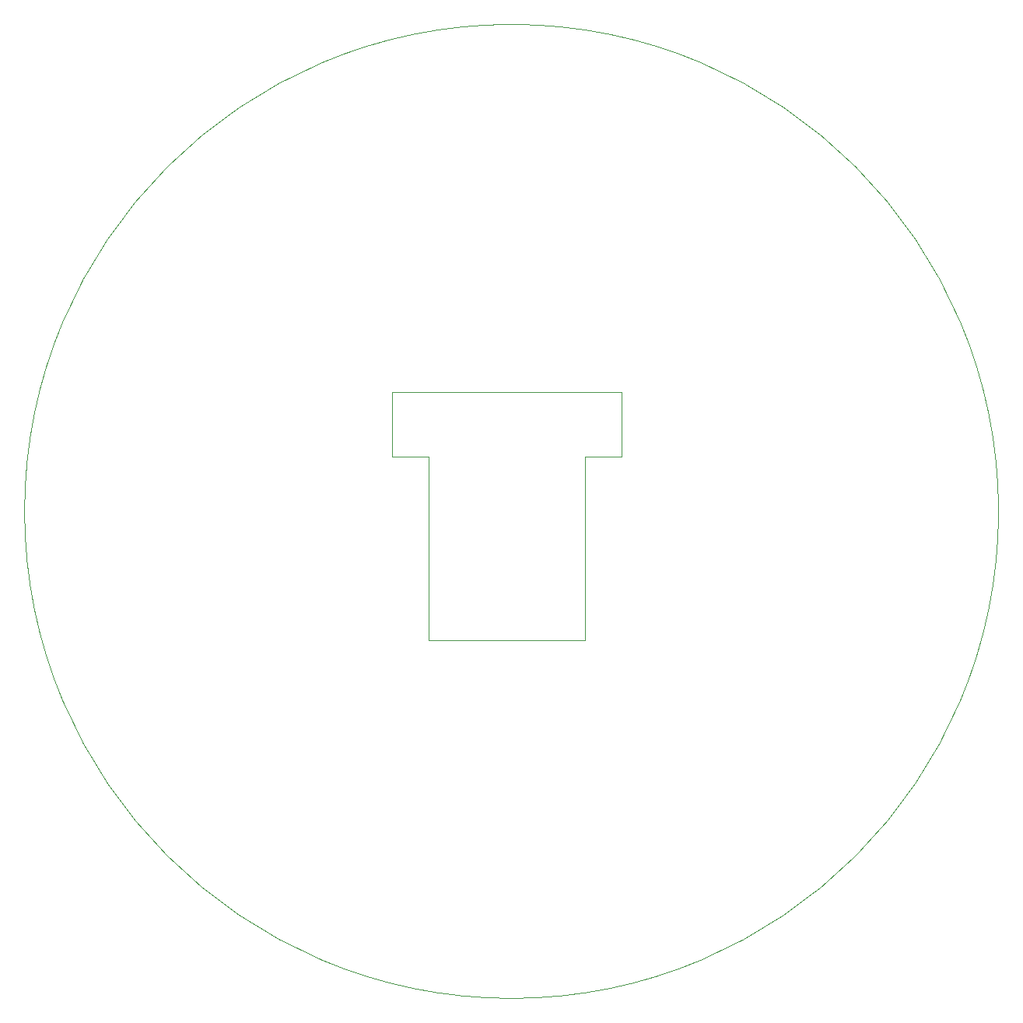
<source format=gbr>
%TF.GenerationSoftware,KiCad,Pcbnew,9.0.7-9.0.7~ubuntu24.04.1*%
%TF.CreationDate,2026-01-05T15:50:35+05:30*%
%TF.ProjectId,RPI_Cam3_RL,5250495f-4361-46d3-935f-524c2e6b6963,rev?*%
%TF.SameCoordinates,Original*%
%TF.FileFunction,Profile,NP*%
%FSLAX46Y46*%
G04 Gerber Fmt 4.6, Leading zero omitted, Abs format (unit mm)*
G04 Created by KiCad (PCBNEW 9.0.7-9.0.7~ubuntu24.04.1) date 2026-01-05 15:50:35*
%MOMM*%
%LPD*%
G01*
G04 APERTURE LIST*
%TA.AperFunction,Profile*%
%ADD10C,0.050000*%
%TD*%
G04 APERTURE END LIST*
D10*
X158000000Y-122000000D02*
X141000000Y-122000000D01*
X203000000Y-108000000D02*
G75*
G02*
X97000000Y-108000000I-53000000J0D01*
G01*
X97000000Y-108000000D02*
G75*
G02*
X203000000Y-108000000I53000000J0D01*
G01*
X141000000Y-122000000D02*
X141000000Y-102000000D01*
X162000000Y-95000000D02*
X162000000Y-102000000D01*
X137000000Y-102000000D02*
X137000000Y-95000000D01*
X141000000Y-102000000D02*
X137000000Y-102000000D01*
X162000000Y-102000000D02*
X158000000Y-102000000D01*
X137000000Y-95000000D02*
X162000000Y-95000000D01*
X158000000Y-102000000D02*
X158000000Y-122000000D01*
M02*

</source>
